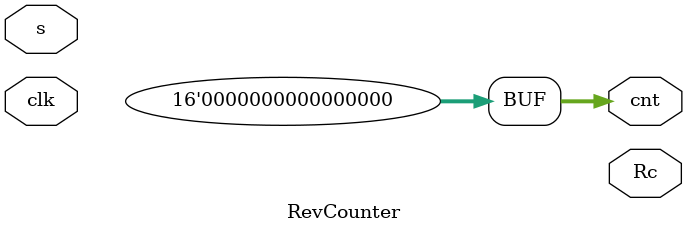
<source format=v>
`timescale 1ns / 1ps

/** module RevCounter
  * input
	* 	clk_1s: A clock signal driven by module clk_1s.
	*		s: 1 for increment, 0 for decrement
	* output
	* 	cnt: a 16-bits register
	* 	Rc: when the counter reset(i.e. carry will be set), Rc becomes 1
	* 			increment(s=1 & cnt=F) or decrement(s=0, cnt=0)
 */

//! NOTE: DO NOT CHANGE THE MODULE NAME & PORT NAMES
module RevCounter( 
	input wire clk,
	input wire s,
	output reg [15:0] cnt=0,
	output wire Rc
);
	 
	/* Your code here */


endmodule

</source>
